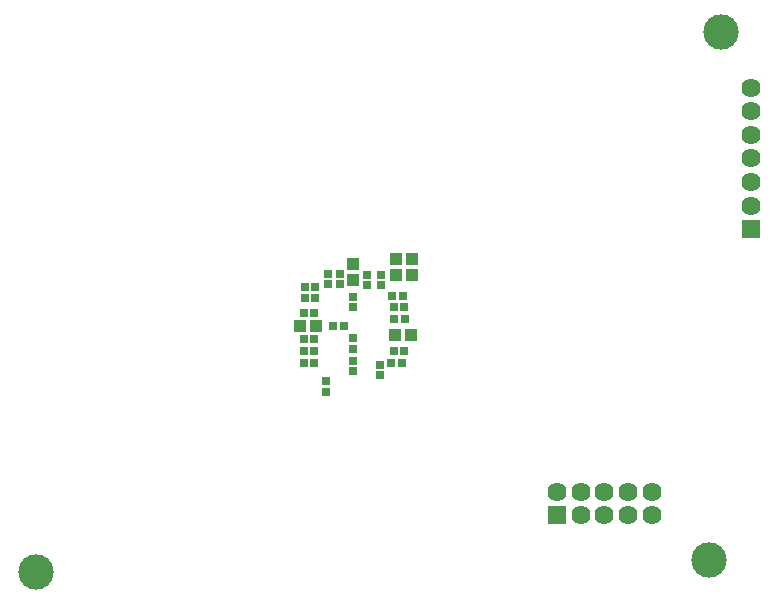
<source format=gbs>
G04*
G04 #@! TF.GenerationSoftware,Altium Limited,Altium Designer,24.4.1 (13)*
G04*
G04 Layer_Color=16711935*
%FSLAX44Y44*%
%MOMM*%
G71*
G04*
G04 #@! TF.SameCoordinates,84C276BA-1ECB-4C60-8319-21ABD3FB6CDE*
G04*
G04*
G04 #@! TF.FilePolarity,Negative*
G04*
G01*
G75*
%ADD40R,0.7200X0.7600*%
%ADD41R,1.0200X1.1200*%
%ADD55R,1.1200X1.0200*%
%ADD59C,3.0000*%
%ADD60R,0.7600X0.7200*%
%ADD64C,1.6200*%
%ADD65R,1.6200X1.6200*%
D40*
X622600Y464000D02*
D03*
X631400D02*
D03*
X547600Y481000D02*
D03*
X556400D02*
D03*
X555400Y417000D02*
D03*
X546600D02*
D03*
X571600Y448000D02*
D03*
X580400D02*
D03*
X621600Y474000D02*
D03*
X630400D02*
D03*
X623100Y454000D02*
D03*
X631900D02*
D03*
X555400Y437000D02*
D03*
X546600D02*
D03*
Y427000D02*
D03*
X555400D02*
D03*
Y459000D02*
D03*
X546600D02*
D03*
X631400Y427000D02*
D03*
X622600D02*
D03*
X629400Y417000D02*
D03*
X620600D02*
D03*
X547600Y472000D02*
D03*
X556400D02*
D03*
D41*
X543250Y448000D02*
D03*
X556750D02*
D03*
X624250Y505000D02*
D03*
X637750D02*
D03*
Y491000D02*
D03*
X624250D02*
D03*
X637000Y440500D02*
D03*
X623500D02*
D03*
D55*
X588500Y486750D02*
D03*
Y500250D02*
D03*
D59*
X900000Y697500D02*
D03*
X890000Y250000D02*
D03*
X320000Y240000D02*
D03*
D60*
X611250Y415400D02*
D03*
Y406600D02*
D03*
X577000Y483600D02*
D03*
Y492400D02*
D03*
X567000D02*
D03*
Y483600D02*
D03*
X612000Y482600D02*
D03*
Y491400D02*
D03*
X600000D02*
D03*
Y482600D02*
D03*
X565000Y392600D02*
D03*
Y401400D02*
D03*
X588500Y464100D02*
D03*
Y472900D02*
D03*
Y410100D02*
D03*
Y418900D02*
D03*
Y437900D02*
D03*
Y429100D02*
D03*
D64*
X925000Y590000D02*
D03*
Y610000D02*
D03*
Y630000D02*
D03*
Y550000D02*
D03*
Y570000D02*
D03*
Y650000D02*
D03*
X761000Y308000D02*
D03*
X781000Y288000D02*
D03*
Y308000D02*
D03*
X801000Y288000D02*
D03*
Y308000D02*
D03*
X821000Y288000D02*
D03*
Y308000D02*
D03*
X841000Y288000D02*
D03*
Y308000D02*
D03*
D65*
X925000Y530000D02*
D03*
X761000Y288000D02*
D03*
M02*

</source>
